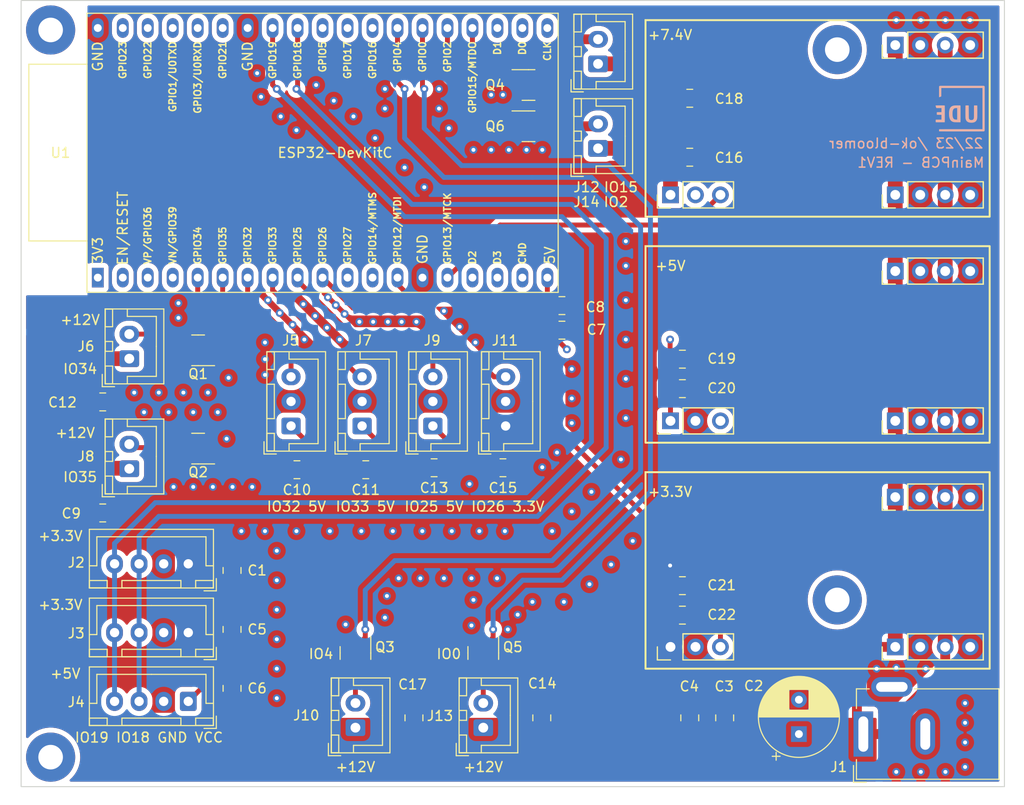
<source format=kicad_pcb>
(kicad_pcb (version 20211014) (generator pcbnew)
  (layers (0 "F.Cu" signal "F.Cu Sig-GND") (1 "In1.Cu" signal "In1.Cu - 5V") (2 "In2.Cu" signal "In2.Cu - GND") (31 "B.Cu" signal "B.Cu - Sig-3.3V") (34 "B.Paste" user) (35 "F.Paste" user) (36 "B.SilkS" user "B.Silkscreen") (37 "F.SilkS" user "F.Silkscreen") (38 "B.Mask" user) (39 "F.Mask" user) (44 "Edge.Cuts" user))
  (net 0 "")
  (net 1 "VBUS")
  (net 2 "GND")
  (net 3 "+7.5V")
  (net 4 "/MCU")
  (net 5 "+5V")
  (net 6 "+3.3V")
  (net 7 "/ENABLE")
  (net 8 "/GPIO36")
  (net 9 "/GPIO39")
  (net 10 "/GPIO34")
  (net 11 "/GPIO35")
  (net 12 "/GPIO32")
  (net 13 "/GPIO33")
  (net 14 "/GPIO25")
  (net 15 "/GPIO26")
  (net 16 "/GPIO27")
  (net 17 "/GPIO14")
  (net 18 "/GPIO12")
  (net 19 "/GPIO13")
  (net 20 "/GPIO9")
  (net 21 "/GPIO10")
  (net 22 "/CMD")
  (net 23 "/GPIO6")
  (net 24 "/GPIO7")
  (net 25 "/GPIO8")
  (net 26 "/GPIO15")
  (net 27 "/GPIO2")
  (net 28 "/GPIO0")
  (net 29 "/GPIO4")
  (net 30 "/GPIO16")
  (net 31 "/GPIO17")
  (net 32 "/GPIO5")
  (net 33 "/GPIO18")
  (net 34 "/GPIO19")
  (net 35 "/GPIO21")
  (net 36 "/GPIO03")
  (net 37 "/GPIO01")
  (net 38 "/GPIO22")
  (net 39 "/GPIO23")
  (net 42 "Net-(J6-Pad2)")
  (net 43 "Net-(J8-Pad2)")
  (net 44 "Net-(J12-Pad2)")
  (net 45 "Net-(J13-Pad2)")
  (net 46 "Net-(J14-Pad2)")
  (net 47 "Net-(J10-Pad2)")
  (footprint "Bloomer_Library:0805-1206Capacitor" (layer "F.Cu") (at 97.25 89.45)
    (fp_text reference "C20")
    (fp_text value "100nF")
  )
  (footprint "Connector_JST:JST_XH_B4B-XH-A_1x04_P2.50mm_Vertical" (layer "F.Cu") (at 47 121.325 180)
    (fp_text reference "J4")
    (fp_text value "I2C_2")
  )
  (footprint "Bloomer_Library:0805-1206Capacitor" (layer "F.Cu") (at 97.25 86.45)
    (fp_text reference "C19")
    (fp_text value "100nF")
  )
  (footprint "Bloomer_Library:0805-1206Capacitor" (layer "F.Cu") (at 70 123 -90)
    (fp_text reference "C17")
    (fp_text value "100nF")
  )
  (footprint "Bloomer_Library:0805-1206Capacitor" (layer "F.Cu") (at 51.5 108 -90)
    (fp_text reference "C1")
    (fp_text value "100nF")
  )
  (footprint "Package_TO_SOT_SMD:SOT-23" (layer "F.Cu") (at 81.6 62.8)
    (fp_text reference "Q6")
    (fp_text value "AO3400A")
  )
  (footprint "Connector_JST:JST_XH_B2B-XH-A_1x02_P2.50mm_Vertical" (layer "F.Cu") (at 64 124 90)
    (fp_text reference "J10")
    (fp_text value "PUMP_1")
  )
  (footprint "Bloomer_Library:0805-1206Capacitor" (layer "F.Cu") (at 85 83.5)
    (fp_text reference "C7")
    (fp_text value "C_Small")
  )
  (footprint "ESP32:ESP32-DevKitC" (layer "F.Cu") (at 37.79656 78.2 90)
    (fp_text reference "U1")
    (fp_text value "ESP32-DevKitC")
  )
  (footprint "Bloomer_Library:TPS5430-REV3" (layer "F.Cu") (at 110.5 106)
    (fp_text reference "U4" hide)
    (fp_text value "TSP5430-PCB")
  )
  (footprint "Package_TO_SOT_SMD:SOT-23" (layer "F.Cu") (at 48 95.6 180)
    (fp_text reference "Q2")
    (fp_text value "AO3400A")
  )
  (footprint "Connector_JST:JST_XH_B3B-XH-A_1x03_P2.50mm_Vertical" (layer "F.Cu") (at 64.675 93.3 90)
    (fp_text reference "J7")
    (fp_text value "Conn_01x03_Male")
  )
  (footprint "Connector_BarrelJack:BarrelJack_GCT_DCJ200-10-A_Horizontal" (layer "F.Cu") (at 115.65 124.65 90)
    (fp_text reference "J1")
    (fp_text value "Barrel_Jack_Switch")
  )
  (footprint "Connector_JST:JST_XH_B2B-XH-A_1x02_P2.50mm_Vertical" (layer "F.Cu") (at 88.675 56.45 90)
    (fp_text reference "J12")
    (fp_text value "FAN_1")
  )
  (footprint "Package_TO_SOT_SMD:SOT-23" (layer "F.Cu") (at 64 116.4 -90)
    (fp_text reference "Q3")
    (fp_text value "AO3400A")
  )
  (footprint "Bloomer_Library:0805-1206Capacitor" (layer "F.Cu") (at 79 97.6 180)
    (fp_text reference "C15")
    (fp_text value "100nF")
  )
  (footprint "Connector_JST:JST_XH_B3B-XH-A_1x03_P2.50mm_Vertical" (layer "F.Cu") (at 57.45 93.3 90)
    (fp_text reference "J5")
    (fp_text value "Conn_01x03_Male")
  )
  (footprint "MountingHole:MountingHole_2.5mm_Pad" (layer "F.Cu") (at 33 53)
    (fp_text reference "H3" hide)
    (fp_text value "MountingHole")
  )
  (footprint "Bloomer_Library:0805-1206Capacitor" (layer "F.Cu") (at 98 60 180)
    (fp_text reference "C18")
    (fp_text value "100nF")
  )
  (footprint "Bloomer_Library:0805-1206Capacitor" (layer "F.Cu") (at 51.5 120 -90)
    (fp_text reference "C6")
    (fp_text value "100nF")
  )
  (footprint "Connector_JST:JST_XH_B2B-XH-A_1x02_P2.50mm_Vertical" (layer "F.Cu") (at 41 86.45 90)
    (fp_text reference "J6")
    (fp_text value "FAN_1")
  )
  (footprint "Bloomer_Library:0805-1206Capacitor" (layer "F.Cu") (at 101.5 123 90)
    (fp_text reference "C3")
    (fp_text value "100nF")
  )
  (footprint "Bloomer_Library:0805-1206Capacitor" (layer "F.Cu") (at 97.25 112.5)
    (fp_text reference "C22")
    (fp_text value "100nF")
  )
  (footprint "Package_TO_SOT_SMD:SOT-23" (layer "F.Cu") (at 81.6 58.6)
    (fp_text reference "Q4")
    (fp_text value "AO3400A")
  )
  (footprint "Connector_JST:JST_XH_B2B-XH-A_1x02_P2.50mm_Vertical" (layer "F.Cu") (at 41 97.65 90)
    (fp_text reference "J8")
    (fp_text value "FAN_2")
  )
  (footprint "Connector_JST:JST_XH_B3B-XH-A_1x03_P2.50mm_Vertical" (layer "F.Cu") (at 79.275 93.3 90)
    (fp_text reference "J11")
    (fp_text value "Conn_01x03_Male")
  )
  (footprint "Bloomer_Library:0805-1206Capacitor" (layer "F.Cu") (at 65.05 97.8 180)
    (fp_text reference "C11")
    (fp_text value "100nF")
  )
  (footprint "Connector_JST:JST_XH_B2B-XH-A_1x02_P2.50mm_Vertical" (layer "F.Cu") (at 88.675 65.05 90)
    (fp_text reference "J14")
    (fp_text value "FAN_2")
  )
  (footprint "Bloomer_Library:0805-1206Capacitor" (layer "F.Cu") (at 83 123 -90)
    (fp_text reference "C14")
    (fp_text value "100nF")
  )
  (footprint "Bloomer_Library:0805-1206Capacitor" (layer "F.Cu") (at 38.3 102.2 180)
    (fp_text reference "C9")
    (fp_text value "100nF")
  )
  (footprint "Bloomer_Library:0805-1206Capacitor" (layer "F.Cu") (at 97.95 123 90)
    (fp_text reference "C4")
    (fp_text value "100nF")
  )
  (footprint "Bloomer_Library:0805-1206Capacitor" (layer "F.Cu") (at 58.05 97.8 180)
    (fp_text reference "C10")
    (fp_text value "100nF")
  )
  (footprint "Bloomer_Library:0805-1206Capacitor" (layer "F.Cu") (at 38.3 90.9 180)
    (fp_text reference "C12")
    (fp_text value "100nF")
  )
  (footprint "Bloomer_Library:TPS5430-REV3" (layer "F.Cu") (at 110.5 83)
    (fp_text reference "U3" hide)
    (fp_text value "TSP5430-PCB")
  )
  (footprint "Connector_JST:JST_XH_B2B-XH-A_1x02_P2.50mm_Vertical" (layer "F.Cu") (at 77 124 90)
    (fp_text reference "J13")
    (fp_text value "PUMP_2")
  )
  (footprint "Bloomer_Library:0805-1206Capacitor" (layer "F.Cu") (at 97.25 109.5)
    (fp_text reference "C21")
    (fp_text value "100nF")
  )
  (footprint "Bloomer_Library:0805-1206Capacitor" (layer "F.Cu") (at 51.5 114 -90)
    (fp_text reference "C5")
    (fp_text value "100nF")
  )
  (footprint "Bloomer_Library:0805-1206Capacitor" (layer "F.Cu") (at 72 97.6 180)
    (fp_text reference "C13")
    (fp_text value "100nF")
  )
  (footprint "Connector_JST:JST_XH_B3B-XH-A_1x03_P2.50mm_Vertical" (layer "F.Cu") (at 71.875 93.3 90)
    (fp_text reference "J9")
    (fp_text value "Conn_01x03_Male")
  )
  (footprint "MountingHole:MountingHole_2.5mm_Pad" (layer "F.Cu") (at 113 55)
    (fp_text reference "H1" hide)
    (fp_text value "MountingHole")
  )
  (footprint "Bloomer_Library:0805-1206Capacitor" (layer "F.Cu") (at 85 81)
    (fp_text reference "C8")
    (fp_text value "C_Small")
  )
  (footprint "Package_TO_SOT_SMD:SOT-23" (layer "F.Cu") (at 48 85.6 180)
    (fp_text reference "Q1")
    (fp_text value "AO3400A")
  )
  (footprint "Bloomer_Library:0805-1206Capacitor" (layer "F.Cu") (at 98 66 180)
    (fp_text reference "C16")
    (fp_text value "100nF")
  )
  (footprint "Bloomer_Library:TPS5430-REV3" (layer "F.Cu") (at 110.5 60)
    (fp_text reference "U2" hide)
    (fp_text value "TSP5430-PCB")
  )
  (footprint "Connector_JST:JST_XH_B4B-XH-A_1x04_P2.50mm_Vertical" (layer "F.Cu") (at 47 107.325 180)
    (fp_text reference "J2")
    (fp_text value "I2C_1")
  )
  (footprint "Connector_JST:JST_XH_B4B-XH-A_1x04_P2.50mm_Vertical" (layer "F.Cu") (at 47 114.325 180)
    (fp_text reference "J3")
    (fp_text value "I2C_2")
  )
  (footprint "Capacitor_THT:CP_Radial_D8.0mm_P3.50mm" (layer "F.Cu") (at 109.1 124.652651 90)
    (fp_text reference "C2")
    (fp_text value "100uF")
  )
  (footprint "MountingHole:MountingHole_2.5mm_Pad" (layer "F.Cu") (at 113 111)
    (fp_text reference "H4" hide)
    (fp_text value "MountingHole")
  )
  (footprint "Package_TO_SOT_SMD:SOT-23" (layer "F.Cu") (at 77 116.4 -90)
    (fp_text reference "Q5")
    (fp_text value "AO3400A")
  )
  (footprint "MountingHole:MountingHole_2.5mm_Pad" (layer "F.Cu") (at 33 127)
    (fp_text reference "H2" hide)
    (fp_text value "MountingHole")
  )
  (footprint "LOGO" (layer "B.Cu") (at 125.5 61 180)
    (fp_text reference "Ge" hide)
    (fp_text value "LOGO" hide)
  )
  (gr_rect (start 30 50) (end 130 130) (layer "Edge.Cuts") (width 0.1) (fill none))
  (gr_text "22/23 /ok-bloomer" (at 120 64.545) (layer "B.SilkS") (effects (font (size 1 1)) (justify mirror)))
  (gr_text "MainPCB - REV1" (at 121.5 66.5) (layer "B.SilkS") (effects (font (size 1 1)) (justify mirror)))
  (gr_text "IO15" (at 91 69) (layer "F.SilkS") (effects (font (size 1 1))))
  (gr_text "IO35" (at 36 98.5) (layer "F.SilkS") (effects (font (size 1 1))))
  (gr_text "IO33 5V" (at 65 101.5) (layer "F.SilkS") (effects (font (size 1 1))))
  (gr_text "+7.4V" (at 96 53.5) (layer "F.SilkS") (effects (font (size 1 1))))
  (gr_text "+5V" (at 96.04 77) (layer "F.SilkS") (effects (font (size 1 1))))
  (gr_text "IO2" (at 90.5 70.5) (layer "F.SilkS") (effects (font (size 1 1))))
  (gr_text "IO4\n" (at 60.5 116.5) (layer "F.SilkS") (effects (font (size 1 1))))
  (gr_text "+3.3V" (at 96 100) (layer "F.SilkS") (effects (font (size 1 1))))
  (gr_text "IO19 IO18 GND VCC" (at 43 125) (layer "F.SilkS") (effects (font (size 1 1))))
  (gr_text "IO26 3.3V\n" (at 79.5 101.5) (layer "F.SilkS") (effects (font (size 1 1))))
  (gr_text "+3.3V" (at 34 104.5) (layer "F.SilkS") (effects (font (size 1 1))))
  (gr_text "+12V" (at 35.5 94) (layer "F.SilkS") (effects (font (size 1 1))))
  (gr_text "IO25 5V" (at 72 101.5) (layer "F.SilkS") (effects (font (size 1 1))))
  (gr_text "IO0\n" (at 73.5 116.5) (layer "F.SilkS") (effects (font (size 1 1))))
  (gr_text "+3.3V" (at 34 111.5) (layer "F.SilkS") (effects (font (size 1 1))))
  (gr_text "IO32 5V" (at 58 101.5) (layer "F.SilkS") (effects (font (size 1 1))))
  (gr_text "IO34" (at 36 87.5) (layer "F.SilkS") (effects (font (size 1 1))))
  (gr_text "+5V" (at 34.5 118.5) (layer "F.SilkS") (effects (font (size 1 1))))
  (gr_text "+12V" (at 77 128) (layer "F.SilkS") (effects (font (size 1 1))))
  (gr_text "+12V" (at 64 128) (layer "F.SilkS") (effects (font (size 1 1))))
  (gr_text "+12V" (at 36 82.5) (layer "F.SilkS") (effects (font (size 1 1))))
  (segment (start 115 116.5) (end 115.72 115.78) (width 1) (layer "F.Cu") (net 1))
  (segment (start 34 101) (end 37.4 97.6) (width 1.5) (layer "F.Cu") (net 1))
  (segment (start 117.35 124.65) (end 123.98 118.02) (width 1) (layer "F.Cu") (net 1))
  (segment (start 118.9 115.78) (end 118.9 54.54) (width 1.5) (layer "F.Cu") (net 1))
  (segment (start 123.98 54.54) (end 123.98 115.78) (width 1.5) (layer "F.Cu") (net 1))
  (segment (start 38.1 126.3) (end 34 122.2) (width 1.5) (layer "F.Cu") (net 1))
  (segment (start 115.65 124.65) (end 117.35 124.65) (width 1) (layer "F.Cu") (net 1))
  (segment (start 37.4 97.6) (end 40.95 97.6) (width 1.5) (layer "F.Cu") (net 1))
  (segment (start 36.85 86.45) (end 41 86.45) (width 1.5) (layer "F.Cu") (net 1))
  (segment (start 34 122.2) (end 34 101) (width 1.5) (layer "F.Cu") (net 1))
  (segment (start 115.65 124.65) (end 115 124) (width 1) (layer "F.Cu") (net 1))
  (segment (start 123.98 118.02) (end 123.98 115.78) (width 1) (layer "F.Cu") (net 1))
  (segment (start 115 124) (end 115 116.5) (width 1) (layer "F.Cu") (net 1))
  (segment (start 115.72 115.78) (end 118.9 115.78) (width 1) (layer "F.Cu") (net 1))
  (segment (start 40.95 97.6) (end 41 97.65) (width 1.5) (layer "F.Cu") (net 1))
  (segment (start 34 101) (end 34 89.3) (width 1.5) (layer "F.Cu") (net 1))
  (segment (start 114 126.3) (end 38.1 126.3) (width 1.5) (layer "F.Cu") (net 1))
  (segment (start 34 89.3) (end 36.85 86.45) (width 1.5) (layer "F.Cu") (net 1))
  (segment (start 115.65 124.65) (end 114 126.3) (width 1.5) (layer "F.Cu") (net 1))
  (segment (start 126.52 54.54) (end 126.52 115.78) (width 1.5) (layer "F.Cu") (net 2))
  (segment (start 121.44 54.54) (end 121.44 115.78) (width 1.5) (layer "F.Cu") (net 2))
  (via (at 62.4 84.5) (size 0.8) (drill 0.4) (layers "F.Cu" "B.Cu") (net 2))
  (via (at 57.6 83) (size 0.8) (drill 0.4) (layers "F.Cu" "B.Cu") (net 2))
  (via (at 69 67) (size 0.8) (drill 0.4) (layers "F.Cu" "B.Cu") (net 2))
  (via (at 47.5 99.5) (size 0.8) (drill 0.4) (layers "F.Cu" "B.Cu") (net 2))
  (via (at 67 112.8) (size 0.8) (drill 0.4) (layers "F.Cu" "B.Cu") (net 2))
  (via (at 50 91.9) (size 0.8) (drill 0.4) (layers "F.Cu" "B.Cu") (net 2))
  (via (at 70.2 82.7) (size 0.8) (drill 0.4) (layers "F.Cu" "B.Cu") (net 2))
  (via (at 124 128.5) (size 0.8) (drill 0.4) (layers "F.Cu" "B.Cu") (net 2))
  (via (at 70.6 108.8) (size 0.8) (drill 0.4) (layers "F.Cu" "B.Cu") (net 2))
  (via (at 45 91.9) (size 0.8) (drill 0.4) (layers "F.Cu" "B.Cu") (net 2))
  (via (at 67.2 110.6) (size 0.8) (drill 0.4) (layers "F.Cu" "B.Cu") (net 2))
  (via (at 41.5 89.9) (size 0.8) (drill 0.4) (layers "F.Cu" "B.Cu") (net 2))
  (via (at 62.9 81.9) (size 0.8) (drill 0.4) (layers "F.Cu" "B.Cu") (net 2))
  (via (at 73 108.8) (size 0.8) (drill 0.4) (layers "F.Cu" "B.Cu") (net 2))
  (via (at 124 52) (size 0.8) (drill 0.4) (layers "F.Cu" "B.Cu") (net 2))
  (via (at 90 107.4) (size 0.8) (drill 0.4) (layers "F.Cu" "B.Cu") (net 2))
  (via (at 121.5 128.5) (size 0.8) (drill 0.4) (layers "F.Cu" "B.Cu") (net 2))
  (via (at 68.4 108.8) (size 0.8) (drill 0.4) (layers "F.Cu" "B.Cu") (net 2))
  (via (at 65.8 82.7) (size 0.8) (drill 0.4) (layers "F.Cu" "B.Cu") (net 2))
  (via (at 46 82.3) (size 0.8) (drill 0.4) (layers "F.Cu" "B.Cu") (net 2))
  (via (at 61.4 104) (size 0.8) (drill 0.4) (layers "F.Cu" "B.Cu") (net 2))
  (via (at 63.8 61.8) (size 0.8) (drill 0.4) (layers "F.Cu" "B.Cu") (net 2))
  (via (at 82 111.2) (size 0.8) (drill 0.4) (layers "F.Cu" "B.Cu") (net 2))
  (via (at 119 52) (size 0.8) (drill 0.4) (layers "F.Cu" "B.Cu") (net 2))
  (via (at 72.5 61) (size 0.8) (drill 0.4) (layers "F.Cu" "B.Cu") (net 2))
  (via (at 78.4 108.8) (size 0.8) (drill 0.4) (layers "F.Cu" "B.Cu") (net 2))
  (via (at 58.7 80.9) (size 0.8) (drill 0.4) (layers "F.Cu" "B.Cu") (net 2))
  (via (at 52.4 104) (size 0.8) (drill 0.4) (layers "F.Cu" "B.Cu") (net 2))
  (via (at 84 104) (size 0.8) (drill 0.4) (layers "F.Cu" "B.Cu") (net 2))
  (via (at 79.6 65.2) (size 0.8) (drill 0.4) (layers "F.Cu" "B.Cu") (net 2))
  (via (at 73.8 104) (size 0.8) (drill 0.4) (layers "F.Cu" "B.Cu") (net 2))
  (via (at 58.8 84.5) (size 0.8) (drill 0.4) (layers "F.Cu" "B.Cu") (net 2))
  (via (at 56.4 61.8) (size 0.8) (drill 0.4) (layers "F.Cu" "B.Cu") (net 2))
  (via (at 75.8 108.8) (size 0.8) (drill 0.4) (layers "F.Cu" "B.Cu") (net 2))
  (via (at 56 118) (size 0.8) (drill 0.4) (layers "F.Cu" "B.Cu") (net 2))
  (via (at 87.8 109.4) (size 0.8) (drill 0.4) (layers "F.Cu" "B.Cu") (net 2))
  (via (at 67.8 104) (size 0.8) (drill 0.4) (layers "F.Cu" "B.Cu") (net 2))
  (via (at 80.5 112.5) (size 0.8) (drill 0.4) (layers "F.Cu" "B.Cu") (net 2))
  (via (at 88 100) (size 0.8) (drill 0.4) (layers "F.Cu" "B.Cu") (net 2))
  (via (at 72.5 59) (size 0.8) (drill 0.4) (layers "F.Cu" "B.Cu") (net 2))
  (via (at 64.4 82.7) (size 0.8) (drill 0.4) (layers "F.Cu" "B.Cu") (net 2))
  (via (at 119 117.9) (size 0.8) (drill 0.4) (layers "F.Cu" "B.Cu") (net 2))
  (via (at 84.5 96) (size 0.8) (drill 0.4) (layers "F.Cu" "B.Cu") (net 2))
  (via (at 91.5 88.5) (size 0.8) (drill 0.4) (layers "F.Cu" "B.Cu") (net 2))
  (via (at 91.5 77) (size 0.8) (drill 0.4) (layers "F.Cu" "B.Cu") (net 2))
  (via (at 44 89.9) (size 0.8) (drill 0.4) (layers "F.Cu" "B.Cu") (net 2))
  (via (at 68.7 82.7) (size 0.8) (drill 0.4) (layers "F.Cu" "B.Cu") (net 2))
  (via (at 45.5 99.5) (size 0.8) (drill 0.4) (layers "F.Cu" "B.Cu") (net 2))
  (via (at 54.8 84.8) (size 0.8) (drill 0.4) (layers "F.Cu" "B.Cu") (net 2))
  (via (at 42.5 91.9) (size 0.8) (drill 0.4) (layers "F.Cu" "B.Cu") (net 2))
  (via (at 122 118) (size 0.8) (drill 0.4) (layers "F.Cu" "B.Cu") (net 2))
  (via (at 54.4 59.8) (size 0.8) (drill 0.4) (layers "F.Cu" "B.Cu") (net 2))
  (via (at 60 58.6) (size 0.8) (drill 0.4) (layers "F.Cu" "B.Cu") (net 2))
  (via (at 56 112) (size 0.8) (drill 0.4) (layers "F.Cu" "B.Cu") (net 2))
  (via (at 49 89.9) (size 0.8) (drill 0.4) (layers "F.Cu" "B.Cu") (net 2))
  (via (at 76 111) (size 0.8) (drill 0.4) (layers "F.Cu" "B.Cu") (net 2))
  (via (at 117 118) (size 0.8) (drill 0.4) (layers "F.Cu" "B.Cu") (net 2))
  (via (at 126 123.5) (size 0.8) (drill 0.4) (layers "F.Cu" "B.Cu") (net 2))
  (via (at 86 90.5) (size 0.8) (drill 0.4) (layers "F.Cu" "B.Cu") (net 2))
  (via (at 73.5 63) (size 0.8) (drill 0.4) (layers "F.Cu" "B.Cu") (net 2))
  (via (at 61.8 60.2) (size 0.8) (drill 0.4) (layers "F.Cu" "B.Cu") (net 2))
  (via (at 62 81) (size 0.8) (drill 0.4) (layers "F.Cu" "B.Cu") (net 2))
  (via (at 85.2 111.2) (size 0.8) (drill 0.4) (layers "F.Cu" "B.Cu") (net 2))
  (via (at 71 69) (size 0.8) (drill 0.4) (layers "F.Cu" "B.Cu") (net 2))
  (via (at 76.6 104) (size 0.8) (drill 0.4) (layers "F.Cu" "B.Cu") (net 2))
  (via (at 56.3 81.8) (size 0.8) (drill 0.4) (layers "F.Cu" "B.Cu") (net 2))
  (via (at 46.5 89.9) (size 0.8) (drill 0.4) (layers "F.Cu" "B.Cu") (net 2))
  (via (at 79.5 114) (size 0.8) (drill 0.4) (layers "F.Cu" "B.Cu") (net 2))
  (via (at 58 63.2) (size 0.8) (drill 0.4) (layers "F.Cu" "B.Cu") (net 2))
  (via (at 86 87.5) (size 0.8) (drill 0.4) (layers "F.Cu" "B.Cu") (net 2))
  (via (at 91 96.7) (size 0.8) (drill 0.4) (layers "F.Cu" "B.Cu") (net 2))
  (via (at 75.6 99.2) (size 0.8) (drill 0.4) (layers "F.Cu" "B.Cu") (net 2))
  (via (at 56 106) (size 0.8) (drill 0.4) (layers "F.Cu" "B.Cu") (net 2))
  (via (at 59.9 82.1) (size 0.8) (drill 0.4) (layers "F.Cu" "B.Cu") (net 2))
  (via (at 83 65.2) (size 0.8) (drill 0.4) (layers "F.Cu" "B.Cu") (net 2))
  (via (at 76 65.2) (size 0.8) (drill 0.4) (layers "F.Cu" "B.Cu") (net 2))
  (via (at 81.4 65.2) (size 0.8) (drill 0.4) (layers "F.Cu" "B.Cu") (net 2))
  (via (at 91.5 84.5) (size 0.8) (drill 0.4) (layers "F.Cu" "B.Cu") (net 2))
  (via (at 126 121.5) (size 0.8) (drill 0.4) (layers "F.Cu" "B.Cu") (net 2))
  (via (at 58 104) (size 0.8) (drill 0.4) (layers "F.Cu" "B.Cu") (net 2))
  (via (at 67 59) (size 0.8) (drill 0.4) (layers "F.Cu" "B.Cu") (net 2))
  (via (at 51.5 99.5) (size 0.8) (drill 0.4) (layers "F.Cu" "B.Cu") (net 2))
  (via (at 46 80.8) (size 0.8) (drill 0.4) (layers "F.Cu" "B.Cu") (net 2))
  (via (at 77.8 59.6) (size 0.8) (drill 0.4) (layers "F.Cu" "B.Cu") (net 2))
  (via (at 77.8 65.2) (size 0.8) (drill 0.4) (layers "F.Cu" "B.Cu") (net 2))
  (via (at 83 97.5) (size 0.8) (drill 0.4) (layers "F.Cu" "B.Cu") (net 2))
  (via (at 66 64) (size 0.8) (drill 0.4) (layers "F.Cu" "B.Cu") (net 2))
  (via (at 64.6 104) (size 0.8) (drill 0.4) (layers "F.Cu" "B.Cu") (net 2))
  (via (at 50.9 94.6) (size 0.8) (drill 0.4) (layers "F.Cu" "B.Cu") (net 2))
  (via (at 74.6 83.2) (size 0.8) (drill 0.4) (layers "F.Cu" "B.Cu") (net 2))
  (via (at 91.5 80.5) (size 0.8) (drill 0.4) (layers "F.Cu" "B.Cu") (net 2))
  (via (at 119 128.5) (size 0.8) (drill 0.4) (layers "F.Cu" "B.Cu") (net 2))
  (via (at 67.3 82.7) (size 0.8) (drill 0.4) (layers "F.Cu" "B.Cu") (net 2))
  (via (at 63 113.5) (size 0.8) (drill 0.4) (layers "F.Cu" "B.Cu") (net 2))
  (via (at 54.8 86.5) (size 0.8) (drill 0.4) (layers "F.Cu" "B.Cu") (net 2))
  (via (at 56 121) (size 0.8) (drill 0.4) (layers "F.Cu" "B.Cu") (net 2))
  (via (at 126 125.5) (size 0.8) (drill 0.4) (layers "F.Cu" "B.Cu") (net 2))
  (via (at 91.5 74.5) (size 0.8) (drill 0.4) (layers "F.Cu" "B.Cu") (net 2))
  (via (at 49.5 99.5) (size 0.8) (drill 0.4) (layers "F.Cu" "B.Cu") (net 2))
  (via (at 92.2 105) (size 0.8) (drill 0.4) (layers "F.Cu" "B.Cu") (net 2))
  (via (at 70.8 104) (size 0.8) (drill 0.4) (layers "F.Cu" "B.Cu") (net 2))
  (via (at 54.8 104) (size 0.8) (drill 0.4) (layers "F.Cu" "B.Cu") (net 2))
  (via (at 56 109) (size 0.8) (drill 0.4) (layers "F.Cu" "B.Cu") (net 2))
  (via (at 73 81.6) (size 0.8) (drill 0.4) (layers "F.Cu" "B.Cu") (net 2))
  (via (at 79 59.6) (size 0.8) (drill 0.4) (layers "F.Cu" "B.Cu") (net 2))
  (via (at 76.2 84.8) (size 0.8) (drill 0.4) (layers "F.Cu" "B.Cu") (net 2))
  (via (at 54 57.4) (size 0.8) (drill 0.4) (layers "F.Cu" "B.Cu") (net 2))
  (via (at 91.5 92.5) (size 0.8) (drill 0.4) (layers "F.Cu" "B.Cu") (net 2))
  (via (at 121.5 52) (size 0.8) (drill 0.4) (layers "F.Cu" "B.Cu") (net 2))
  (via (at 55.1 80.5) (size 0.8) (drill 0.4) (layers "F.Cu" "B.Cu") (net 2))
  (via (at 61.1 83.3) (size 0.8) (drill 0.4) (layers "F.Cu" "B.Cu") (net 2))
  (via (at 51.1 88.4) (size 0.8) (drill 0.4) (layers "F.Cu" "B.Cu") (net 2))
  (via (at 126 128) (size 0.8) (drill 0.4) (layers "F.Cu" "B.Cu") (net 2))
  (via (at 86 102) (size 0.8) (drill 0.4) (layers "F.Cu" "B.Cu") (net 2))
  (via (at 75.8 113.6) (size 0.8) (drill 0.4) (layers "F.Cu" "B.Cu") (net 2))
  (via (at 61.2 80.2) (size 0.8) (drill 0.4) (layers "F.Cu" "B.Cu") (net 2))
  (via (at 67 61) (size 0.8) (drill 0.4) (layers "F.Cu" "B.Cu") (net 2))
  (via (at 54.8 88.1) (size 0.8) (drill 0.4) (layers "F.Cu" "B.Cu") (net 2))
  (via (at 53.5 99.5) (size 0.8) (drill 0.4) (layers "F.Cu" "B.Cu") (net 2))
  (via (at 47.5 91.9) (size 0.8) (drill 0.4) (layers "F.Cu" "B.Cu") (net 2))
  (via (at 56 115) (size 0.8) (drill 0.4) (layers "F.Cu" "B.Cu") (net 2))
  (via (at 86 93) (size 0.8) (drill 0.4) (layers "F.Cu" "B.Cu") (net 2))
  (via (at 79.2 104) (size 0.8) (drill 0.4) (layers "F.Cu" "B.Cu") (net 2))
  (via (at 126.5 52) (size 0.8) (drill 0.4) (layers "F.Cu" "B.Cu") (net 2))
  (segment (start 88.675 65.05) (end 95.05 65.05) (width 1.5) (layer "F.Cu") (net 3))
  (segment (start 96.04 67.84) (end 96.04 58.84) (width 1.5) (layer "F.Cu") (net 3))
  (segment (start 93.65 56.45) (end 88.675 56.45) (width 1.5) (layer "F.Cu") (net 3))
  (segment (start 96.04 58.84) (end 93.65 56.45) (width 1.5) (layer "F.Cu") (net 3))
  (segment (start 96.04 67.84) (end 96.04 69.78) (width 1.5) (layer "F.Cu") (net 3))
  (segment (start 95.05 65.05) (end 96.04 66.04) (width 1.5) (layer "F.Cu") (net 3))
  (segment (start 96.04 66.04) (end 96.04 67.84) (width 1.5) (layer "F.Cu") (net 3))
  (segment (start 66.3 94.925) (end 66.3 97.75) (width 0.5) (layer "F.Cu") (net 5))
  (segment (start 71.875 93.3) (end 73.25 94.675) (width 0.5) (layer "F.Cu") (net 5))
  (segment (start 64.675 93.3) (end 66.3 94.925) (width 0.5) (layer "F.Cu") (net 5))
  (segment (start 96 89.5) (end 96 86.5) (width 0.5) (layer "F.Cu") (net 5))
  (segment (start 83.51656 83.51656) (end 83.51656 78.2) (width 0.5) (layer "F.Cu") (net 5))
  (segment (start 96.04 89.54) (end 96 89.5) (width 0.5) (layer "F.Cu") (net 5))
  (segment (start 49.575 118.75) (end 47 121.325) (width 0.5) (layer "F.Cu") (net 5))
  (segment (start 51.45 118.75) (end 49.575 118.75) (width 0.5) (layer "F.Cu") (net 5))
  (segment (start 57.45 93.3) (end 59.2 95.05) (width 0.5) (layer "F.Cu") (net 5))
  (segment (start 59.2 95.05) (end 59.2 97.65) (width 0.5) (layer "F.Cu") (net 5))
  (segment (start 96.04 92.78) (end 96.04 89.54) (width 0.5) (layer "F.Cu") (net 5))
  (segment (start 59.2 97.65) (end 59.3 97.75) (width 0.5) (layer "F.Cu") (net 5))
  (segment (start 73.25 94.675) (end 73.25 97.55) (width 0.5) (layer "F.Cu") (net 5))
  (segment (start 96 86.5) (end 96 84.5) (width 0.5) (layer "F.Cu") (net 5))
  (segment (start 85.5 85.5) (end 83.51656 83.51656) (width 0.5) (layer "F.Cu") (net 5))
  (via (at 85.5 85.5) (size 0.8) (drill 0.4) (layers "F.Cu" "B.Cu") (net 5))
  (via (at 96 84.5) (size 0.8) (drill 0.4) (layers "F.Cu" "B.Cu") (net 5))
  (segment (start 96 112.55) (end 96 109.55) (width 0.5) (layer "F.Cu") (net 6))
  (segment (start 96 109.55) (end 96 107.5) (width 0.5) (layer "F.Cu") (net 6))
  (segment (start 47 114.325) (end 48.575 112.75) (width 0.5) (layer "F.Cu") (net 6))
  (segment (start 48.575 112.75) (end 51.45 112.75) (width 0.5) (layer "F.Cu") (net 6))
  (segment (start 80.25 94.275) (end 80.25 97.55) (width 0.5) (layer "F.Cu") (net 6))
  (segment (start 96.04 112.59) (end 96 112.55) (width 0.5) (layer "F.Cu") (net 6))
  (segment (start 96.04 115.78) (end 96.04 112.59) (width 0.5) (layer "F.Cu") (net 6))
  (segment (start 48.075 106.25) (end 51.45 106.25) (width 0.5) (layer "F.Cu") (net 6))
  (segment (start 79.275 93.3) (end 80.25 94.275) (width 0.5) (layer "F.Cu") (net 6))
  (segment (start 47 107.325) (end 48.075 106.25) (width 0.5) (layer "F.Cu") (net 6))
  (via (at 96 107.5) (size 0.8) (drill 0.4) (layers "F.Cu" "B.Cu") (net 6))
  (segment (start 47.95656 81.45656) (end 50.8 84.3) (width 0.5) (layer "F.Cu") (net 10))
  (segment (start 47.95656 78.2) (end 47.95656 81.45656) (width 0.5) (layer "F.Cu") (net 10))
  (segment (start 50.8 84.3) (end 50.8 86.2) (width 0.5) (layer "F.Cu") (net 10))
  (segment (start 50.8 86.2) (end 50.45 86.55) (width 0.5) (layer "F.Cu") (net 10))
  (segment (start 50.45 86.55) (end 48.9375 86.55) (width 0.5) (layer "F.Cu") (net 10))
  (segment (start 52.8 83.3) (end 52.8 95.9) (width 0.5) (layer "F.Cu") (net 11))
  (segment (start 52.1 96.6) (end 48.9875 96.6) (width 0.5) (layer "F.Cu") (net 11))
  (segment (start 48.9875 96.6) (end 48.9375 96.55) (width 0.5) (layer "F.Cu") (net 11))
  (segment (start 52.8 95.9) (end 52.1 96.6) (width 0.5) (layer "F.Cu") (net 11))
  (segment (start 50.49656 80.99656) (end 52.8 83.3) (width 0.5) (layer "F.Cu") (net 11))
  (segment (start 50.49656 78.2) (end 50.49656 80.99656) (width 0.5) (layer "F.Cu") (net 11))
  (segment (start 53.03656 78.2) (end 53.03656 80.03656) (width 0.5) (layer "F.Cu") (net 12))
  (segment (start 57.45 84.45) (end 57.45 88.3) (width 0.5) (layer "F.Cu") (net 12))
  (segment (start 53.03656 80.03656) (end 57.45 84.45) (width 0.5) (layer "F.Cu") (net 12))
  (segment (start 64.4 88.3) (end 64.675 88.3) (width 0.5) (layer "F.Cu") (net 13))
  (segment (start 55.57656 79.47656) (end 64.4 88.3) (width 0.5) (layer "F.Cu") (net 13))
  (segment (start 55.57656 78.2) (end 55.57656 79.47656) (width 0.5) (layer "F.Cu") (net 13))
  (segment (start 58.11656 78.2) (end 58.11656 78.51656) (width 0.5) (layer "F.Cu") (net 14))
  (segment (start 71.875 85.875) (end 71.875 88.3) (width 0.5) (layer "F.Cu") (net 14))
  (segment (start 58.11656 78.51656) (end 63.6 84) (width 0.5) (layer "F.Cu") (net 14))
  (segment (start 63.6 84) (end 70 84) (width 0.5) (layer "F.Cu") (net 14))
  (segment (start 70 84) (end 71.875 85.875) (width 0.5) (layer "F.Cu") (net 14))
  (segment (start 71.1 81.3) (end 63.75656 81.3) (width 0.5) (layer "F.Cu") (net 15))
  (segment (start 78.1 88.3) (end 71.1 81.3) (width 0.5) (layer "F.Cu") (net 15))
  (segment (start 79.275 88.3) (end 78.1 88.3) (width 0.5) (layer "F.Cu") (net 15))
  (segment (start 63.75656 81.3) (end 60.65656 78.2) (width 0.5) (layer "F.Cu") (net 15))
  (segment (start 99.5 103) (end 101.12 104.62) (width 0.5) (layer "F.Cu") (net 18))
  (segment (start 94 103) (end 99.5 103) (width 0.5) (layer "F.Cu") (net 18))
  (segment (start 84.6 87.6) (end 84.6 93.6) (width 0.5) (layer "F.Cu") (net 18))
  (segment (start 69.8 80.4) (end 77.4 80.4) (width 0.5) (layer "F.Cu") (net 18))
  (segment (start 68.27656 78.87656) (end 69.8 80.4) (width 0.5) (layer "F.Cu") (net 18))
  (segment (start 68.27656 78.2) (end 68.27656 78.87656) (width 0.5) (layer "F.Cu") (net 18))
  (segment (start 101.12 104.62) (end 101.12 115.78) (width 0.5) (layer "F.Cu") (net 18))
  (segment (start 84.6 93.6) (end 94 103) (width 0.5) (layer "F.Cu") (net 18))
  (segment (start 77.4 80.4) (end 84.6 87.6) (width 0.5) (layer "F.Cu") (net 18))
  (segment (start 78.70656 72.85) (end 98.05 72.85) (width 0.5) (layer "F.Cu") (net 19))
  (segment (start 73.35656 78.2) (end 78.70656 72.85) (width 0.5) (layer "F.Cu") (net 19))
  (segment (start 98.05 72.85) (end 101.12 69.78) (width 0.5) (layer "F.Cu") (net 19))
  (segment (start 75.89656 52.8) (end 75.89656 56.89656) (width 0.5) (layer "F.Cu") (net 26))
  (segment (start 76.65 57.65) (end 80.6625 57.65) (width 0.5) (layer "F.Cu") (net 26))
  (segment (start 75.89656 56.89656) (end 76.65 57.65) (width 0.5) (layer "F.Cu") (net 26))
  (segment (start 80.6625 61.85) (end 77.65 61.85) (width 0.5) (layer "F.Cu") (net 27))
  (segment (start 73.35656 57.55656) (end 73.35656 52.8) (width 0.5) (layer "F.Cu") (net 27))
  (segment (start 77.65 61.85) (end 73.35656 57.55656) (width 0.5) (layer "F.Cu") (net 27))
  (segment (start 70.81656 52.8) (end 70.81656 58.81656) (width 0.5) (layer "F.Cu") (net 28))
  (segment (start 78 114) (end 78 115.4125) (width 0.5) (layer "F.Cu") (net 28))
  (segment (start 70.81656 58.81656) (end 71 59) (width 0.5) (layer "F.Cu") (net 28))
  (via (at 78 114) (size 0.8) (drill 0.4) (layers "F.Cu" "B.Cu") (net 28))
  (via (at 71 59) (size 0.8) (drill 0.4) (layers "F.Cu" "B.Cu") (net 28))
  (segment (start 89.8 66.8) (end 94 71) (width 0.5) (layer "B.Cu") (net 28))
  (segment (start 78 112) (end 78 114) (width 0.5) (layer "B.Cu") (net 28))
  (segment (start 81 109) (end 78 112) (width 0.5) (layer "B.Cu") (net 28))
  (segment (start 94 100) (end 85 109) (width 0.5) (layer "B.Cu") (net 28))
  (segment (start 94 71) (end 94 100) (width 0.5) (layer "B.Cu") (net 28))
  (segment (start 74.8 66.8) (end 89.8 66.8) (width 0.5) (layer "B.Cu") (net 28))
  (segment (start 71 59) (end 71 63) (width 0.5) (layer "B.Cu") (net 28))
  (segment (start 85 109) (end 81 109) (width 0.5) (layer "B.Cu") (net 28))
  (segment (start 71 63) (end 74.8 66.8) (width 0.5) (layer "B.Cu") (net 28))
  (segment (start 68.27656 58.27656) (end 69 59) (width 0.5) (layer "F.Cu") (net 29))
  (segment (start 68.27656 52.8) (end 68.27656 58.27656) (width 0.5) (layer "F.Cu") (net 29))
  (segment (start 65 115.4125) (end 64.95 115.4625) (width 0.5) (layer "F.Cu") (net 29))
  (segment (start 65 114) (end 65 115.4125) (width 0.5) (layer "F.Cu") (net 29))
  (via (at 69 59) (size 0.8) (drill 0.4) (layers "F.Cu" "B.Cu") (net 29))
  (via (at 65 114) (size 0.8) (drill 0.4) (layers "F.Cu" "B.Cu") (net 29))
  (segment (start 82 68) (end 88 68) (width 0.5) (layer "B.Cu") (net 29))
  (segment (start 93 73) (end 93 98) (width 0.5) (layer "B.Cu") (net 29))
  (segment (start 93 98) (end 84 107) (width 0.5) (layer "B.Cu") (net 29))
  (segment (start 69 59) (end 69 64) (width 0.5) (layer "B.Cu") (net 29))
  (segment (start 88 68) (end 93 73) (width 0.5) (layer "B.Cu") (net 29))
  (segment (start 84 107) (end 68 107) (width 0.5) (layer "B.Cu") (net 29))
  (segment (start 68 107) (end 65 110) (width 0.5) (layer "B.Cu") (net 29))
  (segment (start 65 110) (end 65 114) (width 0.5) (layer "B.Cu") (net 29))
  (segment (start 73 68) (end 82 68) (width 0.5) (layer "B.Cu") (net 29))
  (segment (start 69 64) (end 73 68) (width 0.5) (layer "B.Cu") (net 29))
  (segment (start 58.11656 58.88344) (end 58 59) (width 0.5) (layer "F.Cu") (net 33))
  (segment (start 58.11656 52.8) (end 58.11656 58.88344) (width 0.5) (layer "F.Cu") (net 33))
  (via (at 58 59) (size 0.8) (drill 0.4) (layers "F.Cu" "B.Cu") (net 33))
  (segment (start 42 104.5) (end 44 102.5) (width 0.5) (layer "B.Cu") (net 33))
  (segment (start 82.5 102.5) (end 89.5 95.5) (width 0.5) (layer "B.Cu") (net 33))
  (segment (start 86 70.75) (end 69.75 70.75) (width 0.5) (layer "B.Cu") (net 33))
  (segment (start 89.5 95.5) (end 89.5 74.25) (width 0.5) (layer "B.Cu") (net 33))
  (segment (start 89.5 74.25) (end 86 70.75) (width 0.5) (layer "B.Cu") (net 33))
  (segment (start 42 121.325) (end 42 104.5) (width 0.5) (layer "B.Cu") (net 33))
  (segment (start 69.75 70.75) (end 58 59) (width 0.5) (layer "B.Cu") (net 33))
  (segment (start 44 102.5) (end 82.5 102.5) (width 0.5) (layer "B.Cu") (net 33))
  (segment (start 55.57656 58.57656) (end 56 59) (width 0.5) (layer "F.Cu") (net 34))
  (segment (start 55.57656 52.8) (end 55.57656 58.57656) (width 0.5) (layer "F.Cu") (net 34))
  (via (at 56 59) (size 0.8) (drill 0.4) (layers "F.Cu" "B.Cu") (net 34))
  (segment (start 56 59) (end 69 72) (width 0.5) (layer "B.Cu") (net 34))
  (segment (start 43.65 101.1) (end 39.5 105.25) (width 0.5) (layer "B.Cu") (net 34))
  (segment (start 39.5 105.25) (end 39.5 121.325) (width 0.5) (layer "B.Cu") (net 34))
  (segment (start 69 72) (end 85 72) (width 0.5) (layer "B.Cu") (net 34))
  (segment (start 88 75) (end 88 94.9) (width 0.5) (layer "B.Cu") (net 34))
  (segment (start 88 94.9) (end 81.8 101.1) (width 0.5) (layer "B.Cu") (net 34))
  (segment (start 81.8 101.1) (end 43.65 101.1) (width 0.5) (layer "B.Cu") (net 34))
  (segment (start 85 72) (end 88 75) (width 0.5) (layer "B.Cu") (net 34))
  (segment (start 41 83.95) (end 45.4125 83.95) (width 0.5) (layer "F.Cu") (net 42))
  (segment (start 45.4125 83.95) (end 47.0625 85.6) (width 0.5) (layer "F.Cu") (net 42))
  (segment (start 46.9625 95.5) (end 41 95.5) (width 0.5) (layer "F.Cu") (net 43))
  (segment (start 47.0625 95.6) (end 46.9625 95.5) (width 0.5) (layer "F.Cu") (net 43))
  (segment (start 82.5375 58.6) (end 85.4 55.7375) (width 1) (layer "F.Cu") (net 44))
  (segment (start 85.4 54.6) (end 86.05 53.95) (width 1) (layer "F.Cu") (net 44))
  (segment (start 86.05 53.95) (end 88.675 53.95) (width 1) (layer "F.Cu") (net 44))
  (segment (start 85.4 55.7375) (end 85.4 54.6) (width 1) (layer "F.Cu") (net 44))
  (segment (start 77 117.9375) (end 77 121.5) (width 0.5) (layer "F.Cu") (net 45))
  (segment (start 82.5375 62.8) (end 88.425 62.8) (width 1) (layer "F.Cu") (net 46))
  (segment (start 88.425 62.8) (end 88.675 62.55) (width 0.5) (layer "F.Cu") (net 46))
  (segment (start 64 117.9375) (end 64 121.5) (width 0.5) (layer "F.Cu") (net 47))
  (zone (net 0) (net_name "") (layers "F.Cu" "In1.Cu" "In2.Cu" "B.Cu") (connect_pads (clearance 0)) (min_thickness 0.254)
    (keepout (tracks not_allowed) (vias allowed) (pads allowed) (copperpour not_allowed) (footprints allowed))
    (fill (thermal_gap 0.508) (thermal_bridge_width 0.508))
    (polygon (pts (xy 36.75 80) (xy 30 80) (xy 30 50) (xy 36.75 50)))
  )
  (zone (net 2) (net_name "GND") (layer "F.Cu") (connect_pads yes (clearance 0.508)) (min_thickness 0.254) (fill yes (thermal_gap 0.508) (thermal_bridge_width 0.508))
    (polygon (pts (xy 130 130) (xy 30 130) (xy 30 50) (xy 130 50)))
  )
  (zone (net 1) (net_name "VBUS") (layer "F.Cu") (priority 1) (connect_pads yes (clearance 0.508)) (min_thickness 0.254) (fill yes (thermal_gap 0.508) (thermal_bridge_width 0.508))
    (polygon (pts (xy 117 130) (xy 30 130) (xy 30 84) (xy 38 84) (xy 38 123) (xy 117 123)))
  )
  (zone (net 6) (net_name "+3.3V") (layer "B.Cu") (connect_pads yes (clearance 0.508)) (min_thickness 0.254) (fill yes (thermal_gap 0.508) (thermal_bridge_width 0.508))
    (polygon (pts (xy 130 130) (xy 30 130) (xy 30 50) (xy 130 50)))
  )
)
</source>
